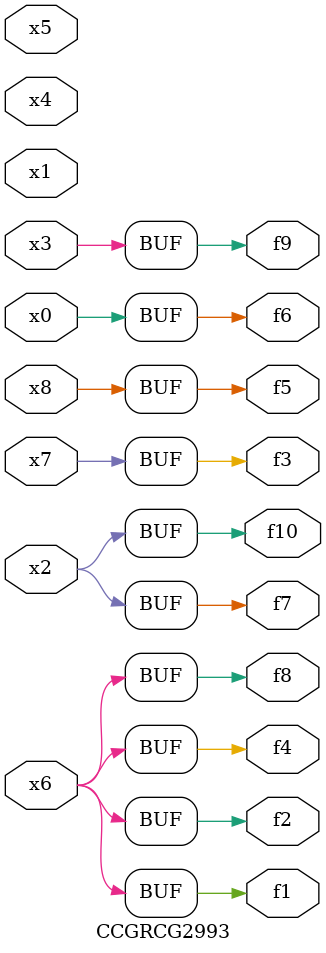
<source format=v>
module CCGRCG2993(
	input x0, x1, x2, x3, x4, x5, x6, x7, x8,
	output f1, f2, f3, f4, f5, f6, f7, f8, f9, f10
);
	assign f1 = x6;
	assign f2 = x6;
	assign f3 = x7;
	assign f4 = x6;
	assign f5 = x8;
	assign f6 = x0;
	assign f7 = x2;
	assign f8 = x6;
	assign f9 = x3;
	assign f10 = x2;
endmodule

</source>
